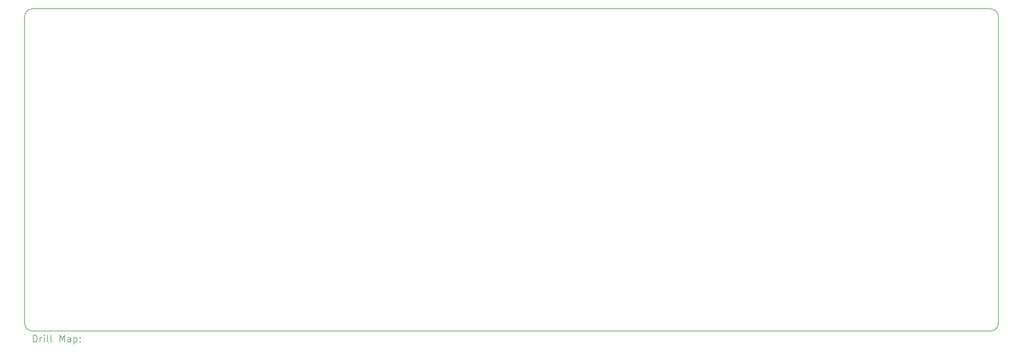
<source format=gbr>
%FSLAX45Y45*%
G04 Gerber Fmt 4.5, Leading zero omitted, Abs format (unit mm)*
G04 Created by KiCad (PCBNEW 6.0.1-79c1e3a40b~116~ubuntu21.10.1) date 2022-02-01 10:26:30*
%MOMM*%
%LPD*%
G01*
G04 APERTURE LIST*
%TA.AperFunction,Profile*%
%ADD10C,0.200000*%
%TD*%
%ADD11C,0.200000*%
G04 APERTURE END LIST*
D10*
X1005000Y-14724375D02*
X1005000Y-5754375D01*
X29250000Y-14949375D02*
X1230000Y-14949375D01*
X1005000Y-14724375D02*
G75*
G03*
X1230000Y-14949375I225000J0D01*
G01*
X29250000Y-14949375D02*
G75*
G03*
X29475000Y-14724375I0J225000D01*
G01*
X29475000Y-5754375D02*
G75*
G03*
X29250000Y-5529375I-225000J0D01*
G01*
X1230000Y-5529375D02*
G75*
G03*
X1005000Y-5754375I0J-225000D01*
G01*
X29475000Y-14724375D02*
X29475000Y-5754375D01*
X29250000Y-5529375D02*
X1230000Y-5529375D01*
D11*
X1252619Y-15269851D02*
X1252619Y-15069851D01*
X1300238Y-15069851D01*
X1328810Y-15079375D01*
X1347857Y-15098423D01*
X1357381Y-15117470D01*
X1366905Y-15155565D01*
X1366905Y-15184137D01*
X1357381Y-15222232D01*
X1347857Y-15241280D01*
X1328810Y-15260327D01*
X1300238Y-15269851D01*
X1252619Y-15269851D01*
X1452619Y-15269851D02*
X1452619Y-15136518D01*
X1452619Y-15174613D02*
X1462143Y-15155565D01*
X1471667Y-15146042D01*
X1490714Y-15136518D01*
X1509762Y-15136518D01*
X1576428Y-15269851D02*
X1576428Y-15136518D01*
X1576428Y-15069851D02*
X1566905Y-15079375D01*
X1576428Y-15088899D01*
X1585952Y-15079375D01*
X1576428Y-15069851D01*
X1576428Y-15088899D01*
X1700238Y-15269851D02*
X1681190Y-15260327D01*
X1671667Y-15241280D01*
X1671667Y-15069851D01*
X1805000Y-15269851D02*
X1785952Y-15260327D01*
X1776428Y-15241280D01*
X1776428Y-15069851D01*
X2033571Y-15269851D02*
X2033571Y-15069851D01*
X2100238Y-15212708D01*
X2166905Y-15069851D01*
X2166905Y-15269851D01*
X2347857Y-15269851D02*
X2347857Y-15165089D01*
X2338333Y-15146042D01*
X2319286Y-15136518D01*
X2281190Y-15136518D01*
X2262143Y-15146042D01*
X2347857Y-15260327D02*
X2328810Y-15269851D01*
X2281190Y-15269851D01*
X2262143Y-15260327D01*
X2252619Y-15241280D01*
X2252619Y-15222232D01*
X2262143Y-15203184D01*
X2281190Y-15193661D01*
X2328810Y-15193661D01*
X2347857Y-15184137D01*
X2443095Y-15136518D02*
X2443095Y-15336518D01*
X2443095Y-15146042D02*
X2462143Y-15136518D01*
X2500238Y-15136518D01*
X2519286Y-15146042D01*
X2528810Y-15155565D01*
X2538333Y-15174613D01*
X2538333Y-15231756D01*
X2528810Y-15250803D01*
X2519286Y-15260327D01*
X2500238Y-15269851D01*
X2462143Y-15269851D01*
X2443095Y-15260327D01*
X2624048Y-15250803D02*
X2633571Y-15260327D01*
X2624048Y-15269851D01*
X2614524Y-15260327D01*
X2624048Y-15250803D01*
X2624048Y-15269851D01*
X2624048Y-15146042D02*
X2633571Y-15155565D01*
X2624048Y-15165089D01*
X2614524Y-15155565D01*
X2624048Y-15146042D01*
X2624048Y-15165089D01*
M02*

</source>
